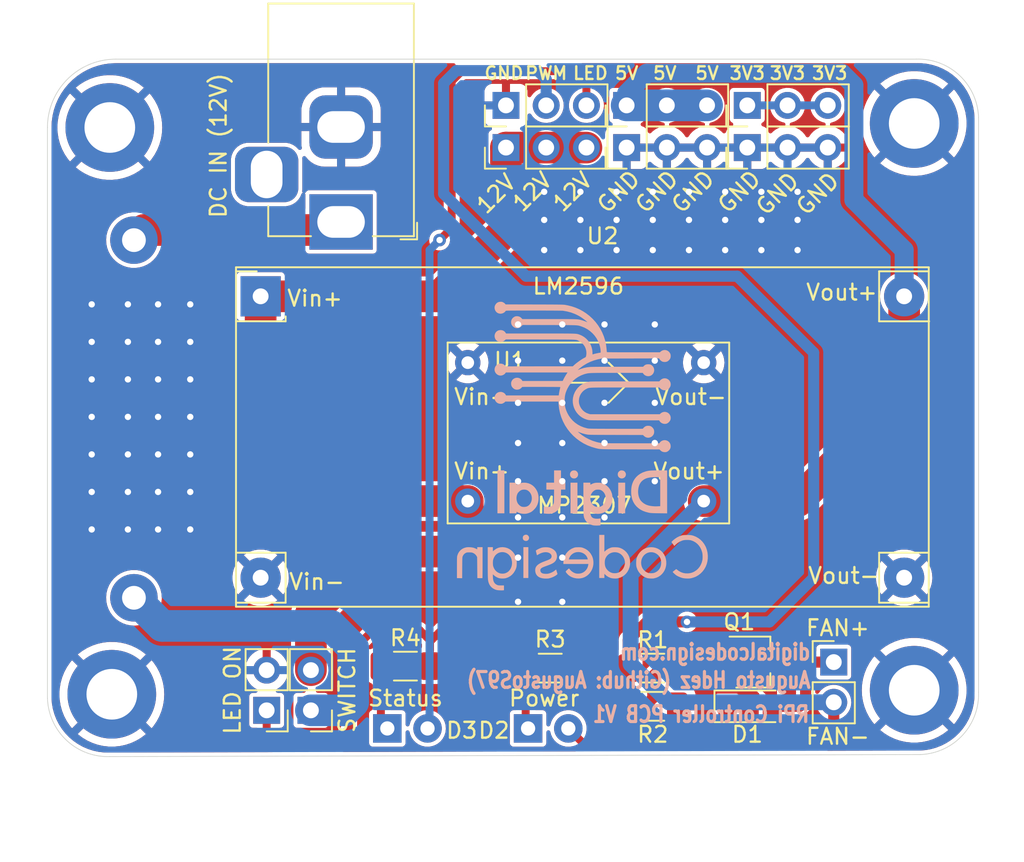
<source format=kicad_pcb>
(kicad_pcb (version 20211014) (generator pcbnew)
  (layers (0 "F.Cu" signal) (31 "B.Cu" signal) (34 "B.Paste" user) (35 "F.Paste" user) (36 "B.SilkS" user "B.Silkscreen") (37 "F.SilkS" user "F.Silkscreen") (38 "B.Mask" user) (39 "F.Mask" user) (44 "Edge.Cuts" user))
  (net 0 "")
  (net 1 "/FAN_V-")
  (net 2 "+5V")
  (net 3 "Net-(D2-Pad1)")
  (net 4 "StatusLED+")
  (net 5 "Net-(D3-Pad1)")
  (net 6 "VDC")
  (net 7 "Net-(F1-Pad1)")
  (net 8 "GND")
  (net 9 "+12V")
  (net 10 "PWM")
  (net 11 "+3V3")
  (net 12 "Net-(JP2-Pad1)")
  (net 13 "Net-(Q1-Pad1)")
  (footprint "Diode_SMD:D_SOD-123F" (layer "F.Cu") (at 120.269 123.825)
    (fp_text reference "D1" (at -0.127 1.778) (layer "F.SilkS"))
    (fp_text value "1N4007")
    (pad "1" smd rect locked (at -1.4 0) (size 1.1 1.1) (layers "F.Cu" "F.Paste" "F.Mask") (net 2 "+5V"))
    (pad "2" smd rect locked (at 1.4 0) (size 1.1 1.1) (layers "F.Cu" "F.Paste" "F.Mask") (net 1 "/FAN_V-"))
  )
  (footprint "LED_THT:LED_D3.0mm_Horizontal_O1.27mm_Z2.0mm" (layer "F.Cu") (at 106.299 125.222)
    (fp_text reference "D2" (at -2.159 0.127) (layer "F.SilkS"))
    (fp_text value "RED")
    (pad "1" thru_hole rect (at 0 0) (size 1.8 1.8) (drill 0.9) (layers *.Cu *.Mask) (net 3 "Net-(D2-Pad1)"))
    (pad "2" thru_hole circle (at 2.54 0) (size 1.8 1.8) (drill 0.9) (layers *.Cu *.Mask) (net 2 "+5V"))
  )
  (footprint "LED_THT:LED_D3.0mm_Horizontal_O1.27mm_Z2.0mm" (layer "F.Cu") (at 97.409 125.222)
    (fp_text reference "D3" (at 4.699 0.127) (layer "F.SilkS"))
    (fp_text value "YELLOW")
    (pad "1" thru_hole rect (at 0 0) (size 1.8 1.8) (drill 0.9) (layers *.Cu *.Mask) (net 5 "Net-(D3-Pad1)"))
    (pad "2" thru_hole circle (at 2.54 0) (size 1.8 1.8) (drill 0.9) (layers *.Cu *.Mask) (net 4 "StatusLED+"))
  )
  (footprint "Fuse:Fuseholder_Cylinder-5x20mm_Stelvio-Kontek_PTF78_Horizontal_Open" (layer "F.Cu") (at 81.407 116.967 90)
    (fp_text reference "F1" hide)
    (fp_text value "1,5A" hide)
    (pad "1" thru_hole circle locked (at 0 0 90) (size 3 3) (drill 1.5) (layers *.Cu *.Mask) (net 7 "Net-(F1-Pad1)"))
    (pad "2" thru_hole circle locked (at 22.6 0 90) (size 3 3) (drill 1.5) (layers *.Cu *.Mask) (net 6 "VDC"))
  )
  (footprint "MountingHole:MountingHole_3.2mm_M3_DIN965_Pad" (layer "F.Cu") (at 130.683 86.995)
    (fp_text reference "H1" hide)
    (fp_text value "MountingHole_Pad")
    (pad "1" thru_hole circle locked (at 0 0) (size 5.6 5.6) (drill 3.2) (layers *.Cu *.Mask) (net 8 "GND"))
  )
  (footprint "MountingHole:MountingHole_3.2mm_M3_DIN965_Pad" (layer "F.Cu") (at 79.883 87.249)
    (fp_text reference "H2" hide)
    (fp_text value "MountingHole_Pad")
    (pad "1" thru_hole circle locked (at 0 0) (size 5.6 5.6) (drill 3.2) (layers *.Cu *.Mask) (net 8 "GND"))
  )
  (footprint "MountingHole:MountingHole_3.2mm_M3_DIN965_Pad" (layer "F.Cu") (at 130.683 122.809)
    (fp_text reference "H3" hide)
    (fp_text value "MountingHole_Pad")
    (pad "1" thru_hole circle locked (at 0 0) (size 5.6 5.6) (drill 3.2) (layers *.Cu *.Mask) (net 8 "GND"))
  )
  (footprint "MountingHole:MountingHole_3.2mm_M3_DIN965_Pad" (layer "F.Cu") (at 80.01 123.063)
    (fp_text reference "H4" hide)
    (fp_text value "MountingHole_Pad")
    (pad "1" thru_hole circle locked (at 0 0) (size 5.6 5.6) (drill 3.2) (layers *.Cu *.Mask) (net 8 "GND"))
  )
  (footprint "Connector_PinHeader_2.54mm:PinHeader_1x02_P2.54mm_Vertical" (layer "F.Cu") (at 125.603 121.031)
    (fp_text reference "J1" hide)
    (fp_text value "FAN_CON")
    (pad "1" thru_hole rect locked (at 0 0) (size 1.7 1.7) (drill 1) (layers *.Cu *.Mask) (net 1 "/FAN_V-"))
    (pad "2" thru_hole oval locked (at 0 2.54) (size 1.7 1.7) (drill 1) (layers *.Cu *.Mask) (net 2 "+5V"))
  )
  (footprint "Connector_PinHeader_2.54mm:PinHeader_1x03_P2.54mm_Vertical" (layer "F.Cu") (at 112.522 88.519 90)
    (fp_text reference "J3" hide)
    (fp_text value "GND_CON")
    (pad "1" thru_hole rect locked (at 0 0 90) (size 1.7 1.7) (drill 1) (layers *.Cu *.Mask) (net 8 "GND"))
    (pad "2" thru_hole oval locked (at 0 2.54 90) (size 1.7 1.7) (drill 1) (layers *.Cu *.Mask) (net 8 "GND"))
    (pad "3" thru_hole oval locked (at 0 5.08 90) (size 1.7 1.7) (drill 1) (layers *.Cu *.Mask) (net 8 "GND"))
  )
  (footprint "Connector_PinHeader_2.54mm:PinHeader_1x03_P2.54mm_Vertical" (layer "F.Cu") (at 104.902 88.519 90)
    (fp_text reference "J4" hide)
    (fp_text value "12V_CON")
    (pad "1" thru_hole rect locked (at 0 0 90) (size 1.7 1.7) (drill 1) (layers *.Cu *.Mask) (net 9 "+12V"))
    (pad "2" thru_hole oval locked (at 0 2.54 90) (size 1.7 1.7) (drill 1) (layers *.Cu *.Mask) (net 9 "+12V"))
    (pad "3" thru_hole oval locked (at 0 5.08 90) (size 1.7 1.7) (drill 1) (layers *.Cu *.Mask) (net 9 "+12V"))
  )
  (footprint "Connector_PinHeader_2.54mm:PinHeader_1x03_P2.54mm_Vertical" (layer "F.Cu") (at 112.522 85.852 90)
    (fp_text reference "J5" hide)
    (fp_text value "5V_CON")
    (pad "1" thru_hole rect locked (at 0 0 90) (size 1.7 1.7) (drill 1) (layers *.Cu *.Mask) (net 2 "+5V"))
    (pad "2" thru_hole oval locked (at 0 2.54 90) (size 1.7 1.7) (drill 1) (layers *.Cu *.Mask) (net 2 "+5V"))
    (pad "3" thru_hole oval locked (at 0 5.08 90) (size 1.7 1.7) (drill 1) (layers *.Cu *.Mask) (net 2 "+5V"))
  )
  (footprint "Connector_PinHeader_2.54mm:PinHeader_1x03_P2.54mm_Vertical" (layer "F.Cu") (at 120.142 85.852 90)
    (fp_text reference "J6" hide)
    (fp_text value "3V3_CON")
    (pad "1" thru_hole rect locked (at 0 0 90) (size 1.7 1.7) (drill 1) (layers *.Cu *.Mask) (net 11 "+3V3"))
    (pad "2" thru_hole oval locked (at 0 2.54 90) (size 1.7 1.7) (drill 1) (layers *.Cu *.Mask) (net 11 "+3V3"))
    (pad "3" thru_hole oval locked (at 0 5.08 90) (size 1.7 1.7) (drill 1) (layers *.Cu *.Mask) (net 11 "+3V3"))
  )
  (footprint "Connector_PinHeader_2.54mm:PinHeader_1x03_P2.54mm_Vertical" (layer "F.Cu") (at 120.142 88.519 90)
    (fp_text reference "J8" hide)
    (fp_text value "GND_CON")
    (pad "1" thru_hole rect locked (at 0 0 90) (size 1.7 1.7) (drill 1) (layers *.Cu *.Mask) (net 8 "GND"))
    (pad "2" thru_hole oval locked (at 0 2.54 90) (size 1.7 1.7) (drill 1) (layers *.Cu *.Mask) (net 8 "GND"))
    (pad "3" thru_hole oval locked (at 0 5.08 90) (size 1.7 1.7) (drill 1) (layers *.Cu *.Mask) (net 8 "GND"))
  )
  (footprint "Connector_PinHeader_2.54mm:PinHeader_1x02_P2.54mm_Vertical" (layer "F.Cu") (at 92.583 124.079 180)
    (fp_text reference "JP1" hide)
    (fp_text value "Jumper & Switch")
    (pad "1" thru_hole rect locked (at 0 0 180) (size 1.7 1.7) (drill 1) (layers *.Cu *.Mask) (net 7 "Net-(F1-Pad1)"))
    (pad "2" thru_hole oval locked (at 0 2.54 180) (size 1.7 1.7) (drill 1) (layers *.Cu *.Mask) (net 9 "+12V"))
  )
  (footprint "Connector_PinHeader_2.54mm:PinHeader_1x02_P2.54mm_Vertical" (layer "F.Cu") (at 89.789 124.079 180)
    (fp_text reference "JP2" hide)
    (fp_text value "LED_ON")
    (pad "1" thru_hole rect locked (at 0 0 180) (size 1.7 1.7) (drill 1) (layers *.Cu *.Mask) (net 12 "Net-(JP2-Pad1)"))
    (pad "2" thru_hole oval locked (at 0 2.54 180) (size 1.7 1.7) (drill 1) (layers *.Cu *.Mask) (net 8 "GND"))
  )
  (footprint "Package_TO_SOT_SMD:SOT-23W" (layer "F.Cu") (at 120.523 121.031)
    (fp_text reference "Q1" (at -0.889 -2.54) (layer "F.SilkS"))
    (fp_text value "2N2222A")
    (pad "1" smd rect locked (at -1.2 -0.95) (size 1 0.7) (layers "F.Cu" "F.Paste" "F.Mask") (net 13 "Net-(Q1-Pad1)"))
    (pad "2" smd rect locked (at -1.2 0.95) (size 1 0.7) (layers "F.Cu" "F.Paste" "F.Mask") (net 1 "/FAN_V-"))
    (pad "3" smd rect locked (at 1.2 0) (size 1 0.7) (layers "F.Cu" "F.Paste" "F.Mask") (net 8 "GND"))
  )
  (footprint "Resistor_SMD:R_1206_3216Metric_Pad1.30x1.75mm_HandSolder" (layer "F.Cu") (at 114.173 121.412 180)
    (fp_text reference "R1" (at 0 1.778) (layer "F.SilkS"))
    (fp_text value "1k")
    (pad "1" smd roundrect locked (at -1.55 0 180) (size 1.3 1.75) (layers "F.Cu" "F.Paste" "F.Mask") (roundrect_rratio 0.1923076923) (net 13 "Net-(Q1-Pad1)"))
    (pad "2" smd roundrect locked (at 1.55 0 180) (size 1.3 1.75) (layers "F.Cu" "F.Paste" "F.Mask") (roundrect_rratio 0.1923076923) (net 10 "PWM"))
  )
  (footprint "Resistor_SMD:R_1206_3216Metric_Pad1.30x1.75mm_HandSolder" (layer "F.Cu") (at 114.173 123.825)
    (fp_text reference "R2" (at 0 1.778) (layer "F.SilkS"))
    (fp_text value "10k")
    (pad "1" smd roundrect locked (at -1.55 0) (size 1.3 1.75) (layers "F.Cu" "F.Paste" "F.Mask") (roundrect_rratio 0.1923076923) (net 13 "Net-(Q1-Pad1)"))
    (pad "2" smd roundrect locked (at 1.55 0) (size 1.3 1.75) (layers "F.Cu" "F.Paste" "F.Mask") (roundrect_rratio 0.1923076923) (net 8 "GND"))
  )
  (footprint "Resistor_SMD:R_1206_3216Metric_Pad1.30x1.75mm_HandSolder" (layer "F.Cu") (at 107.696 121.412)
    (fp_text reference "R3" (at 0 -1.82) (layer "F.SilkS"))
    (fp_text value "1k")
    (pad "1" smd roundrect locked (at -1.55 0) (size 1.3 1.75) (layers "F.Cu" "F.Paste" "F.Mask") (roundrect_rratio 0.1923076923) (net 3 "Net-(D2-Pad1)"))
    (pad "2" smd roundrect locked (at 1.55 0) (size 1.3 1.75) (layers "F.Cu" "F.Paste" "F.Mask") (roundrect_rratio 0.1923076923) (net 12 "Net-(JP2-Pad1)"))
  )
  (footprint "Resistor_SMD:R_1206_3216Metric_Pad1.30x1.75mm_HandSolder" (layer "F.Cu") (at 98.552 121.285)
    (fp_text reference "R4" (at 0 -1.778) (layer "F.SilkS"))
    (fp_text value "220")
    (pad "1" smd roundrect locked (at -1.55 0) (size 1.3 1.75) (layers "F.Cu" "F.Paste" "F.Mask") (roundrect_rratio 0.1923076923) (net 5 "Net-(D3-Pad1)"))
    (pad "2" smd roundrect locked (at 1.55 0) (size 1.3 1.75) (layers "F.Cu" "F.Paste" "F.Mask") (roundrect_rratio 0.1923076923) (net 12 "Net-(JP2-Pad1)"))
  )
  (footprint "Connector_BarrelJack:BarrelJack_Horizontal" (layer "F.Cu") (at 94.488 93.218 -90)
    (fp_text reference "J7" hide)
    (fp_text value "Jack-DC")
    (pad "1" thru_hole rect locked (at 0 0 270) (size 3.5 4) (drill oval 2 3) (layers *.Cu *.Mask) (net 6 "VDC"))
    (pad "2" thru_hole roundrect locked (at -6 0 270) (size 4 4) (drill oval 2 3) (layers *.Cu *.Mask) (net 8 "GND"))
    (pad "3" thru_hole roundrect locked (at -3 4.7 270) (size 3.5 4) (drill oval 3 2) (layers *.Cu *.Mask))
  )
  (footprint "EditedLib:MP2307" (layer "F.Cu") (at 102.489 102.108)
    (fp_text reference "U1" (at 2.667 -0.127) (layer "F.SilkS"))
    (fp_text value "MP2307")
    (pad "1" thru_hole circle locked (at 0 8.75) (size 1.6 1.6) (drill 0.8) (layers *.Cu *.Mask) (net 9 "+12V"))
    (pad "2" thru_hole circle locked (at 0 0) (size 1.6 1.6) (drill 0.8) (layers *.Cu *.Mask) (net 8 "GND"))
    (pad "3" thru_hole circle locked (at 14.9 8.75) (size 1.6 1.6) (drill 0.8) (layers *.Cu *.Mask) (net 2 "+5V"))
    (pad "4" thru_hole circle locked (at 14.9 0) (size 1.6 1.6) (drill 0.8) (layers *.Cu *.Mask) (net 8 "GND"))
  )
  (footprint "Connector_PinHeader_2.54mm:PinHeader_1x03_P2.54mm_Vertical" (layer "F.Cu") (at 104.902 85.852 90)
    (fp_text reference "J2" hide)
    (fp_text value "RPi_IN")
    (pad "1" thru_hole rect locked (at 0 0 90) (size 1.7 1.7) (drill 1) (layers *.Cu *.Mask) (net 8 "GND"))
    (pad "2" thru_hole oval locked (at 0 2.54 90) (size 1.7 1.7) (drill 1) (layers *.Cu *.Mask) (net 10 "PWM"))
    (pad "3" thru_hole oval locked (at 0 5.08 90) (size 1.7 1.7) (drill 1) (layers *.Cu *.Mask) (net 4 "StatusLED+"))
  )
  (footprint "EditedLib:DCDC_StepDown_LM2596" (layer "F.Cu") (at 89.408 97.917)
    (fp_text reference "U2" (at 21.59 -3.81) (layer "F.SilkS"))
    (fp_text value "DCDC_StepDown_LM2596")
    (pad "1" thru_hole rect locked (at 0 0) (size 2.54 2.54) (drill 1) (layers *.Cu *.Mask) (net 9 "+12V"))
    (pad "2" thru_hole circle locked (at 0 17.78) (size 2.54 2.54) (drill 1) (layers *.Cu *.Mask) (net 8 "GND"))
    (pad "3" thru_hole circle locked (at 40.64 17.78) (size 2.54 2.54) (drill 1) (layers *.Cu *.Mask) (net 8 "GND"))
    (pad "4" thru_hole circle locked (at 40.64 0) (size 2.54 2.54) (drill 1) (layers *.Cu *.Mask) (net 2 "+5V"))
  )
  (footprint "logo:Logo_DC" (layer "B.Cu") (at 109.728 107.442 180)
    (fp_text reference "G***" hide)
    (fp_text value "LOGO" hide)
  )
  (gr_arc (start 130.810002 82.931) (mid 133.541275 83.957121) (end 134.747 86.614) (layer "Edge.Cuts") (width 0.05))
  (gr_line (start 75.946001 123.316999) (end 75.946 87.249) (layer "Edge.Cuts") (width 0.05))
  (gr_line (start 80.264 82.931) (end 130.81 82.931) (layer "Edge.Cuts") (width 0.05))
  (gr_line (start 79.882999 126.999999) (end 131.063999 126.872999) (layer "Edge.Cuts") (width 0.05))
  (gr_line (start 134.746999 122.936001) (end 134.747 86.614) (layer "Edge.Cuts") (width 0.05))
  (gr_arc (start 79.882999 126.999999) (mid 77.151726 125.973878) (end 75.946001 123.316999) (layer "Edge.Cuts") (width 0.05))
  (gr_arc (start 75.946 87.249) (mid 77.210713 84.195713) (end 80.264 82.931) (layer "Edge.Cuts") (width 0.05))
  (gr_arc (start 134.746999 122.936001) (mid 133.720878 125.667274) (end 131.063999 126.872999) (layer "Edge.Cuts") (width 0.05))
  (gr_text "Augusto Hdez (Github: AugustoS97)" (at 113.284 122.174) (layer "B.SilkS") (effects (font (size 1 0.8) (thickness 0.2)) (justify mirror)))
  (gr_text "digitalcodesign.com" (at 118.11 120.396) (layer "B.SilkS") (effects (font (size 1 0.8) (thickness 0.2)) (justify mirror)))
  (gr_text "RPi Controller PCB V1" (at 117.221 124.333) (layer "B.SilkS") (effects (font (size 1 0.8) (thickness 0.2)) (justify mirror)))
  (gr_text "GND" (at 112.014 91.313 45) (layer "F.SilkS") (effects (font (size 1 1))))
  (gr_text "5V" (at 112.522 83.82) (layer "F.SilkS") (effects (font (size 0.8 0.8))))
  (gr_text "3V3" (at 120.142 83.82) (layer "F.SilkS") (effects (font (size 0.8 0.8))))
  (gr_text "GND" (at 104.775 83.82) (layer "F.SilkS") (effects (font (size 0.8 0.8))))
  (gr_text "Vin+" (at 103.378 108.966) (layer "F.SilkS") (effects (font (size 1 1))))
  (gr_text "Vin-" (at 103.378 104.267) (layer "F.SilkS") (effects (font (size 1 1))))
  (gr_text "Vout+" (at 116.459 108.966) (layer "F.SilkS") (effects (font (size 1 1))))
  (gr_text "Vout-" (at 116.586 104.267) (layer "F.SilkS") (effects (font (size 1 1))))
  (gr_text "GND" (at 122.047 91.44 45) (layer "F.SilkS") (effects (font (size 1 1))))
  (gr_text "Vout+" (at 126.111 97.663) (layer "F.SilkS") (effects (font (size 1 1))))
  (gr_text "12V" (at 104.267 91.44 45) (layer "F.SilkS") (effects (font (size 1 1))))
  (gr_text "5V" (at 117.602 83.82) (layer "F.SilkS") (effects (font (size 0.8 0.8))))
  (gr_text "LED" (at 110.236 83.82) (layer "F.SilkS") (effects (font (size 0.8 0.8))))
  (gr_text "PWM" (at 107.442 83.82) (layer "F.SilkS") (effects (font (size 0.8 0.8))))
  (gr_text "GND" (at 116.713 91.313 45) (layer "F.SilkS") (effects (font (size 1 1))))
  (gr_text "5V" (at 114.935 83.82) (layer "F.SilkS") (effects (font (size 0.8 0.8))))
  (gr_text "Vin+" (at 92.837 98.044) (layer "F.SilkS") (effects (font (size 1 1))))
  (gr_text "LM2596" (at 109.474 97.282) (layer "F.SilkS") (effects (font (size 1 1))))
  (gr_text "3V3" (at 125.349 83.82) (layer "F.SilkS") (effects (font (size 0.8 0.8))))
  (gr_text "GND" (at 119.634 91.313 45) (layer "F.SilkS") (effects (font (size 1 1))))
  (gr_text "FAN+" (at 125.857 118.872) (layer "F.SilkS") (effects (font (size 1 1))))
  (gr_text "GND" (at 124.587 91.44 45) (layer "F.SilkS") (effects (font (size 1 1))))
  (gr_text "MP2307" (at 109.855 111.125) (layer "F.SilkS") (effects (font (size 1 1))))
  (gr_text "DC IN (12V)" (at 86.741 88.392 90) (layer "F.SilkS") (effects (font (size 1 1))))
  (gr_text "Status" (at 98.552 123.317) (layer "F.SilkS") (effects (font (size 1 1))))
  (gr_text "FAN-" (at 125.857 125.73) (layer "F.SilkS") (effects (font (size 1 1))))
  (gr_text "12V" (at 109.093 91.313 45) (layer "F.SilkS") (effects (font (size 1 1))))
  (gr_text "Vin-" (at 92.964 115.951) (layer "F.SilkS") (effects (font (size 1 1))))
  (gr_text "SWITCH" (at 94.869 122.809 90) (layer "F.SilkS") (effects (font (size 1 1))))
  (gr_text "Power" (at 107.315 123.317) (layer "F.SilkS") (effects (font (size 1 1))))
  (gr_text "12V" (at 106.553 91.313 45) (layer "F.SilkS") (effects (font (size 1 1))))
  (gr_text "LED ON" (at 87.63 122.809 90) (layer "F.SilkS") (effects (font (size 1 1))))
  (gr_text "3V3" (at 122.682 83.82) (layer "F.SilkS") (effects (font (size 0.8 0.8))))
  (gr_text "Vout-" (at 126.238 115.57) (layer "F.SilkS") (effects (font (size 1 1))))
  (gr_text "GND" (at 114.427 91.313 45) (layer "F.SilkS") (effects (font (size 1 1))))
  (segment (start 121.669 123.825) (end 123.444 123.825) (width 0.7) (layer "F.Cu") (net 1))
  (segment (start 124.333 121.031) (end 125.603 121.031) (width 0.7) (layer "F.Cu") (net 1))
  (segment (start 123.825 121.539) (end 124.333 121.031) (width 0.7) (layer "F.Cu") (net 1))
  (segment (start 120.711 121.981) (end 121.669 122.939) (width 0.7) (layer "F.Cu") (net 1))
  (segment (start 119.323 121.981) (end 120.711 121.981) (width 0.7) (layer "F.Cu") (net 1))
  (segment (start 123.444 123.825) (end 123.825 123.444) (width 0.7) (layer "F.Cu") (net 1))
  (segment (start 121.669 123.32) (end 121.669 123.825) (width 0.5) (layer "F.Cu") (net 1))
  (segment (start 123.825 123.444) (end 123.825 121.539) (width 0.7) (layer "F.Cu") (net 1))
  (segment (start 121.669 122.939) (end 121.669 123.32) (width 0.7) (layer "F.Cu") (net 1))
  (segment (start 130.048 104.14) (end 123.33 110.858) (width 2) (layer "F.Cu") (net 2))
  (segment (start 130.048 97.917) (end 130.048 104.14) (width 2) (layer "F.Cu") (net 2))
  (segment (start 125.603 125.095) (end 125.603 123.571) (width 0.7) (layer "F.Cu") (net 2))
  (segment (start 119.888 126.111) (end 124.587 126.111) (width 0.7) (layer "F.Cu") (net 2))
  (segment (start 108.839 125.222) (end 109.728 126.111) (width 0.5) (layer "F.Cu") (net 2))
  (segment (start 124.587 126.111) (end 125.603 125.095) (width 0.7) (layer "F.Cu") (net 2))
  (segment (start 118.869 123.701) (end 118.869 125.092) (width 0.7) (layer "F.Cu") (net 2))
  (segment (start 117.85 126.111) (end 118.869 125.092) (width 0.5) (layer "F.Cu") (net 2))
  (segment (start 123.33 110.858) (end 117.389 110.858) (width 2) (layer "F.Cu") (net 2))
  (segment (start 109.728 126.111) (end 117.85 126.111) (width 0.5) (layer "F.Cu") (net 2))
  (segment (start 118.869 125.092) (end 119.888 126.111) (width 0.7) (layer "F.Cu") (net 2))
  (segment (start 130.048 94.996) (end 126.873 91.821) (width 1.2) (layer "B.Cu") (net 2))
  (segment (start 126.872001 85.216001) (end 126.872001 84.581001) (width 1.2) (layer "B.Cu") (net 2))
  (segment (start 126.873 91.821) (end 126.873 85.217) (width 1.2) (layer "B.Cu") (net 2))
  (segment (start 125.603 123.571) (end 115.189 123.571) (width 1) (layer "B.Cu") (net 2))
  (segment (start 130.048 97.917) (end 130.048 94.996) (width 1.2) (layer "B.Cu") (net 2))
  (segment (start 112.522 85.852) (end 115.062 85.852) (width 2) (layer "B.Cu") (net 2))
  (segment (start 112.776 115.471) (end 117.389 110.858) (width 1) (layer "B.Cu") (net 2))
  (segment (start 115.062 85.852) (end 117.602 85.852) (width 2) (layer "B.Cu") (net 2))
  (segment (start 113.792 83.82) (end 112.522 85.09) (width 1.2) (layer "B.Cu") (net 2))
  (segment (start 126.873 85.217) (end 126.872001 85.216001) (width 1.2) (layer "B.Cu") (net 2))
  (segment (start 112.776 121.158) (end 112.776 115.471) (width 1) (layer "B.Cu") (net 2))
  (segment (start 112.522 85.09) (end 112.522 85.852) (width 0.5) (layer "B.Cu") (net 2))
  (segment (start 115.189 123.571) (end 112.776 121.158) (width 1) (layer "B.Cu") (net 2))
  (segment (start 126.872001 84.581001) (end 126.111 83.82) (width 1.2) (layer "B.Cu") (net 2))
  (segment (start 126.111 83.82) (end 113.792 83.82) (width 1.2) (layer "B.Cu") (net 2))
  (segment (start 106.299 125.222) (end 106.146 125.069) (width 0.5) (layer "F.Cu") (net 3))
  (segment (start 106.146 125.069) (end 106.146 121.412) (width 0.5) (layer "F.Cu") (net 3))
  (segment (start 109.982 85.852) (end 109.982 84.455) (width 0.5) (layer "F.Cu") (net 4))
  (segment (start 101.473 84.328) (end 101.473 93.599) (width 0.5) (layer "F.Cu") (net 4))
  (segment (start 109.22 83.693) (end 102.108 83.693) (width 0.5) (layer "F.Cu") (net 4))
  (segment (start 101.473 93.599) (end 100.711 94.361) (width 0.5) (layer "F.Cu") (net 4))
  (segment (start 102.108 83.693) (end 101.473 84.328) (width 0.5) (layer "F.Cu") (net 4))
  (segment (start 109.982 84.455) (end 109.22 83.693) (width 0.5) (layer "F.Cu") (net 4))
  (via (at 100.711 94.361) (size 0.8) (drill 0.4) (layers "F.Cu" "B.Cu") (net 4))
  (segment (start 100.711 94.361) (end 100.076 94.996) (width 0.5) (layer "B.Cu") (net 4))
  (segment (start 100.076 125.095) (end 99.949 125.222) (width 0.5) (layer "B.Cu") (net 4))
  (segment (start 100.076 94.996) (end 100.076 125.095) (width 0.5) (layer "B.Cu") (net 4))
  (segment (start 97.409 125.222) (end 97.002 124.815) (width 0.5) (layer "F.Cu") (net 5))
  (segment (start 97.002 124.815) (end 97.002 121.285) (width 0.5) (layer "F.Cu") (net 5))
  (segment (start 94.488 93.218) (end 93.98 93.726) (width 2) (layer "F.Cu") (net 6))
  (segment (start 93.98 93.726) (end 82.048 93.726) (width 2) (layer "F.Cu") (net 6))
  (segment (start 82.048 93.726) (end 81.407 94.367) (width 2) (layer "F.Cu") (net 6))
  (segment (start 82.556 93.218) (end 81.407 94.367) (width 0.5) (layer "F.Cu") (net 6))
  (segment (start 81.407 116.967) (end 83.185 118.745) (width 2) (layer "B.Cu") (net 7))
  (segment (start 93.853 118.745) (end 95.25 120.142) (width 2) (layer "B.Cu") (net 7))
  (segment (start 94.742 124.079) (end 92.583 124.079) (width 2) (layer "B.Cu") (net 7))
  (segment (start 95.25 120.142) (end 95.25 123.571) (width 2) (layer "B.Cu") (net 7))
  (segment (start 83.185 118.745) (end 93.853 118.745) (width 2) (layer "B.Cu") (net 7))
  (segment (start 95.25 123.571) (end 94.742 124.079) (width 2) (layer "B.Cu") (net 7))
  (via (at 107.315 93.091) (size 0.8) (drill 0.4) (layers "F.Cu" "B.Cu") (net 8))
  (via (at 111.887 93.091) (size 0.8) (drill 0.4) (layers "F.Cu" "B.Cu") (net 8))
  (via (at 121.031 93.091) (size 0.8) (drill 0.4) (layers "F.Cu" "B.Cu") (net 8))
  (via (at 116.459 93.091) (size 0.8) (drill 0.4) (layers "F.Cu" "B.Cu") (net 8))
  (via (at 114.173 93.091) (size 0.8) (drill 0.4) (layers "F.Cu" "B.Cu") (net 8))
  (via (at 123.317 93.091) (size 0.8) (drill 0.4) (layers "F.Cu" "B.Cu") (net 8))
  (via (at 118.745 93.091) (size 0.8) (drill 0.4) (layers "F.Cu" "B.Cu") (net 8))
  (via (at 109.601 93.091) (size 0.8) (drill 0.4) (layers "F.Cu" "B.Cu") (net 8))
  (via (at 121.031 94.996) (size 0.8) (drill 0.4) (layers "F.Cu" "B.Cu") (net 8))
  (via (at 107.315 94.996) (size 0.8) (drill 0.4) (layers "F.Cu" "B.Cu") (net 8))
  (via (at 114.173 94.996) (size 0.8) (drill 0.4) (layers "F.Cu" "B.Cu") (net 8))
  (via (at 118.745 94.996) (size 0.8) (drill 0.4) (layers "F.Cu" "B.Cu") (net 8))
  (via (at 111.887 94.996) (size 0.8) (drill 0.4) (layers "F.Cu" "B.Cu") (net 8))
  (via (at 123.317 94.996) (size 0.8) (drill 0.4) (layers "F.Cu" "B.Cu") (net 8))
  (via (at 109.601 94.996) (size 0.8) (drill 0.4) (layers "F.Cu" "B.Cu") (net 8))
  (via (at 116.459 94.996) (size 0.8) (drill 0.4) (layers "F.Cu" "B.Cu") (net 8))
  (via (at 82.931 98.425) (size 0.8) (drill 0.4) (layers "F.Cu" "B.Cu") (net 8))
  (via (at 82.931 100.795666) (size 0.8) (drill 0.4) (layers "F.Cu" "B.Cu") (net 8))
  (via (at 82.931 105.536998) (size 0.8) (drill 0.4) (layers "F.Cu" "B.Cu") (net 8))
  (via (at 82.931 103.166332) (size 0.8) (drill 0.4) (layers "F.Cu" "B.Cu") (net 8))
  (via (at 82.931 107.907664) (size 0.8) (drill 0.4) (layers "F.Cu" "B.Cu") (net 8))
  (via (at 82.931 110.27833) (size 0.8) (drill 0.4) (layers "F.Cu" "B.Cu") (net 8))
  (via (at 82.931 112.649) (size 0.8) (drill 0.4) (layers "F.Cu" "B.Cu") (net 8))
  (via (at 84.963 107.907664) (size 0.8) (drill 0.4) (layers "F.Cu" "B.Cu") (net 8))
  (via (at 105.664 111.887) (size 0.8) (drill 0.4) (layers "F.Cu" "B.Cu") (net 8))
  (via (at 109.601 91.313) (size 0.8) (drill 0.4) (layers "F.Cu" "B.Cu") (net 8))
  (via (at 105.664 104.648) (size 0.8) (drill 0.4) (layers "F.Cu" "B.Cu") (net 8))
  (via (at 108.458 101.981) (size 0.8) (drill 0.4) (layers "F.Cu" "B.Cu") (net 8))
  (via (at 78.74 98.425) (size 0.8) (drill 0.4) (layers "F.Cu" "B.Cu") (net 8))
  (via (at 118.745 91.313) (size 0.8) (drill 0.4) (layers "F.Cu" "B.Cu") (net 8))
  (via (at 108.458 117.221) (size 0.8) (drill 0.4) (layers "F.Cu" "B.Cu") (net 8))
  (via (at 114.3 107.188) (size 0.8) (drill 0.4) (layers "F.Cu" "B.Cu") (net 8))
  (via (at 114.3 109.601) (size 0.8) (drill 0.4) (layers "F.Cu" "B.Cu") (net 8))
  (via (at 111.125 104.648) (size 0.8) (drill 0.4) (layers "F.Cu" "B.Cu") (net 8))
  (via (at 81.026 98.425) (size 0.8) (drill 0.4) (layers "F.Cu" "B.Cu") (net 8))
  (via (at 78.74 112.649) (size 0.8) (drill 0.4) (layers "F.Cu" "B.Cu") (net 8))
  (via (at 78.74 105.536998) (size 0.8) (drill 0.4) (layers "F.Cu" "B.Cu") (net 8))
  (via (at 114.173 91.313) (size 0.8) (drill 0.4) (layers "F.Cu" "B.Cu") (net 8))
  (via (at 84.963 98.425) (size 0.8) (drill 0.4) (layers "F.Cu" "B.Cu") (net 8))
  (via (at 78.74 103.166332) (size 0.8) (drill 0.4) (layers "F.Cu" "B.Cu") (net 8))
  (via (at 78.74 107.907664) (size 0.8) (drill 0.4) (layers "F.Cu" "B.Cu") (net 8))
  (via (at 84.963 103.166332) (size 0.8) (drill 0.4) (layers "F.Cu" "B.Cu") (net 8))
  (via (at 81.026 100.795666) (size 0.8) (drill 0.4) (layers "F.Cu" "B.Cu") (net 8))
  (via (at 111.125 107.188) (size 0.8) (drill 0.4) (layers "F.Cu" "B.Cu") (net 8))
  (via (at 78.74 100.795666) (size 0.8) (drill 0.4) (layers "F.Cu" "B.Cu") (net 8))
  (via (at 111.125 111.887) (size 0.8) (drill 0.4) (layers "F.Cu" "B.Cu") (net 8))
  (via (at 121.031 91.313) (size 0.8) (drill 0.4) (layers "F.Cu" "B.Cu") (net 8))
  (via (at 123.317 91.313) (size 0.8) (drill 0.4) (layers "F.Cu" "B.Cu") (net 8))
  (via (at 81.026 112.649) (size 0.8) (drill 0.4) (layers "F.Cu" "B.Cu") (net 8))
  (via (at 81.026 105.536998) (size 0.8) (drill 0.4) (layers "F.Cu" "B.Cu") (net 8))
  (via (at 114.3 101.981) (size 0.8) (drill 0.4) (layers "F.Cu" "B.Cu") (net 8))
  (via (at 105.664 99.695) (size 0.8) (drill 0.4) (layers "F.Cu" "B.Cu") (net 8))
  (via (at 114.3 104.648) (size 0.8) (drill 0.4) (layers "F.Cu" "B.Cu") (net 8))
  (via (at 105.664 109.601) (size 0.8) (drill 0.4) (layers "F.Cu" "B.Cu") (net 8))
  (via (at 107.315 91.313) (size 0.8) (drill 0.4) (layers "F.Cu" "B.Cu") (net 8))
  (via (at 84.963 100.795666) (size 0.8) (drill 0.4) (layers "F.Cu" "B.Cu") (net 8))
  (via (at 108.458 114.427) (size 0.8) (drill 0.4) (layers "F.Cu" "B.Cu") (net 8))
  (via (at 84.963 110.27833) (size 0.8) (drill 0.4) (layers "F.Cu" "B.Cu") (net 8))
  (via (at 81.026 107.907664) (size 0.8) (drill 0.4) (layers "F.Cu" "B.Cu") (net 8))
  (via (at 108.458 109.601) (size 0.8) (drill 0.4) (layers "F.Cu" "B.Cu") (net 8))
  (via (at 84.963 112.649) (size 0.8) (drill 0.4) (layers "F.Cu" "B.Cu") (net 8))
  (via (at 108.458 104.648) (size 0.8) (drill 0.4) (layers "F.Cu" "B.Cu") (net 8))
  (via (at 78.74 110.27833) (size 0.8) (drill 0.4) (layers "F.Cu" "B.Cu") (net 8))
  (via (at 105.664 107.188) (size 0.8) (drill 0.4) (layers "F.Cu" "B.Cu") (net 8))
  (via (at 108.458 107.188) (size 0.8) (drill 0.4) (layers "F.Cu" "B.Cu") (net 8))
  (via (at 108.458 111.887) (size 0.8) (drill 0.4) (layers "F.Cu" "B.Cu") (net 8))
  (via (at 111.887 91.313) (size 0.8) (drill 0.4) (layers "F.Cu" "B.Cu") (net 8))
  (via (at 84.963 105.536998) (size 0.8) (drill 0.4) (layers "F.Cu" "B.Cu") (net 8))
  (via (at 105.664 114.427) (size 0.8) (drill 0.4) (layers "F.Cu" "B.Cu") (net 8))
  (via (at 111.125 99.695) (size 0.8) (drill 0.4) (layers "F.Cu" "B.Cu") (net 8))
  (via (at 111.125 109.601) (size 0.8) (drill 0.4) (layers "F.Cu" "B.Cu") (net 8))
  (via (at 114.3 99.695) (size 0.8) (drill 0.4) (layers "F.Cu" "B.Cu") (net 8))
  (via (at 116.459 91.313) (size 0.8) (drill 0.4) (layers "F.Cu" "B.Cu") (net 8))
  (via (at 108.458 99.695) (size 0.8) (drill 0.4) (layers "F.Cu" "B.Cu") (net 8))
  (via (at 105.664 101.981) (size 0.8) (drill 0.4) (layers "F.Cu" "B.Cu") (net 8))
  (via (at 81.026 103.166332) (size 0.8) (drill 0.4) (layers "F.Cu" "B.Cu") (net 8))
  (via (at 81.026 110.27833) (size 0.8) (drill 0.4) (layers "F.Cu" "B.Cu") (net 8))
  (via (at 105.664 117.221) (size 0.8) (drill 0.4) (layers "F.Cu" "B.Cu") (net 8))
  (via (at 111.125 101.981) (size 0.8) (drill 0.4) (layers "F.Cu" "B.Cu") (net 8))
  (segment (start 102.489 113.157) (end 102.489 110.858) (width 2) (layer "F.Cu") (net 9))
  (segment (start 89.408 97.917) (end 89.408 104.521) (width 2) (layer "F.Cu") (net 9))
  (segment (start 101.6 114.046) (end 102.489 113.157) (width 2) (layer "F.Cu") (net 9))
  (segment (start 107.442 88.519) (end 104.902 88.519) (width 2) (layer "F.Cu") (net 9))
  (segment (start 92.583 117.983) (end 96.52 114.046) (width 2) (layer "F.Cu") (net 9))
  (segment (start 95.745 110.858) (end 102.489 110.858) (width 2) (layer "F.Cu") (net 9))
  (segment (start 100.711 97.917) (end 104.902 93.726) (width 2) (layer "F.Cu") (net 9))
  (segment (start 89.408 104.521) (end 95.745 110.858) (width 2) (layer "F.Cu") (net 9))
  (segment (start 92.583 121.539) (end 92.583 117.983) (width 2) (layer "F.Cu") (net 9))
  (segment (start 96.52 114.046) (end 101.6 114.046) (width 2) (layer "F.Cu") (net 9))
  (segment (start 109.982 88.519) (end 107.442 88.519) (width 2) (layer "F.Cu") (net 9))
  (segment (start 89.408 97.917) (end 100.711 97.917) (width 2) (layer "F.Cu") (net 9))
  (segment (start 104.902 93.726) (end 104.902 88.519) (width 2) (layer "F.Cu") (net 9))
  (segment (start 113.792 118.491) (end 116.332 118.491) (width 0.7) (layer "F.Cu") (net 10))
  (segment (start 112.623 121.412) (end 112.623 119.66) (width 0.7) (layer "F.Cu") (net 10))
  (segment (start 112.623 119.66) (end 113.792 118.491) (width 0.7) (layer "F.Cu") (net 10))
  (via (at 116.332 118.491) (size 0.8) (drill 0.4) (layers "F.Cu" "B.Cu") (net 10))
  (segment (start 119.507 96.647) (end 106.172 96.647) (width 0.7) (layer "B.Cu") (net 10))
  (segment (start 100.965 84.455) (end 101.76399 83.65601) (width 0.7) (layer "B.Cu") (net 10))
  (segment (start 100.965 91.44) (end 100.965 84.455) (width 0.7) (layer "B.Cu") (net 10))
  (segment (start 101.76399 83.65601) (end 106.89701 83.65601) (width 0.7) (layer "B.Cu") (net 10))
  (segment (start 121.539 118.491) (end 124.333 115.697) (width 0.7) (layer "B.Cu") (net 10))
  (segment (start 116.332 118.491) (end 121.539 118.491) (width 0.7) (layer "B.Cu") (net 10))
  (segment (start 107.442 84.201) (end 107.442 85.852) (width 0.7) (layer "B.Cu") (net 10))
  (segment (start 106.89701 83.65601) (end 107.442 84.201) (width 0.7) (layer "B.Cu") (net 10))
  (segment (start 124.333 101.473) (end 119.507 96.647) (width 0.7) (layer "B.Cu") (net 10))
  (segment (start 124.333 115.697) (end 124.333 101.473) (width 0.7) (layer "B.Cu") (net 10))
  (segment (start 106.172 96.647) (end 100.965 91.44) (width 0.7) (layer "B.Cu") (net 10))
  (segment (start 120.142 85.852) (end 122.682 85.852) (width 0.5) (layer "B.Cu") (net 11))
  (segment (start 122.682 85.852) (end 125.222 85.852) (width 0.5) (layer "B.Cu") (net 11))
  (segment (start 100.102 119.66) (end 100.102 120.243) (width 0.5) (layer "F.Cu") (net 12))
  (segment (start 90.678 126.238) (end 94.107 126.238) (width 0.5) (layer "F.Cu") (net 12))
  (segment (start 89.789 125.349) (end 90.678 126.238) (width 0.5) (layer "F.Cu") (net 12))
  (segment (start 89.789 124.079) (end 89.789 125.349) (width 0.5) (layer "F.Cu") (net 12))
  (segment (start 100.838 118.999) (end 108.458 118.999) (width 0.5) (layer "F.Cu") (net 12))
  (segment (start 100.102 119.735) (end 100.838 118.999) (width 0.5) (layer "F.Cu") (net 12))
  (segment (start 94.996 125.349) (end 94.996 120.523) (width 0.5) (layer "F.Cu") (net 12))
  (segment (start 94.996 120.523) (end 96.52 118.999) (width 0.5) (layer "F.Cu") (net 12))
  (segment (start 96.52 118.999) (end 99.441 118.999) (width 0.5) (layer "F.Cu") (net 12))
  (segment (start 100.102 121.285) (end 100.102 120.243) (width 0.5) (layer "F.Cu") (net 12))
  (segment (start 99.441 118.999) (end 100.102 119.66) (width 0.5) (layer "F.Cu") (net 12))
  (segment (start 108.458 118.999) (end 109.246 119.787) (width 0.5) (layer "F.Cu") (net 12))
  (segment (start 100.102 120.243) (end 100.102 119.735) (width 0.5) (layer "F.Cu") (net 12))
  (segment (start 94.107 126.238) (end 94.996 125.349) (width 0.5) (layer "F.Cu") (net 12))
  (segment (start 109.246 119.787) (end 109.246 121.412) (width 0.5) (layer "F.Cu") (net 12))
  (segment (start 115.723 121.412) (end 117.054 120.081) (width 0.7) (layer "F.Cu") (net 13))
  (segment (start 112.623 123.825) (end 113.665 123.825) (width 0.7) (layer "F.Cu") (net 13))
  (segment (start 115.824 121.311) (end 115.723 121.412) (width 0.5) (layer "F.Cu") (net 13))
  (segment (start 114.681 121.412) (end 115.723 121.412) (width 0.7) (layer "F.Cu") (net 13))
  (segment (start 114.173 121.92) (end 114.681 121.412) (width 0.7) (layer "F.Cu") (net 13))
  (segment (start 113.665 123.825) (end 114.173 123.317) (width 0.7) (layer "F.Cu") (net 13))
  (segment (start 117.054 120.081) (end 119.023 120.081) (width 0.7) (layer "F.Cu") (net 13))
  (segment (start 114.173 123.317) (end 114.173 121.92) (width 0.7) (layer "F.Cu") (net 13))
  (zone (net 8) (net_name "GND") (layer "F.Cu") (connect_pads (clearance 0.254)) (min_thickness 0.254) (fill yes (thermal_gap 0.508) (thermal_bridge_width 0.508))
    (polygon (pts (xy 137.033 127.889) (xy 74.676 128.143) (xy 74.93 82.423) (xy 74.803 82.296) (xy 75.057 82.296) (xy 136.652 81.661)))
  )
  (zone (net 8) (net_name "GND") (layer "B.Cu") (connect_pads (clearance 0.254)) (min_thickness 0.254) (fill yes (thermal_gap 0.508) (thermal_bridge_width 0.508))
    (polygon (pts (xy 137.033 127.889) (xy 74.549 128.143) (xy 75.057 82.423) (xy 74.93 82.423) (xy 136.779 81.661)))
  )
)
</source>
